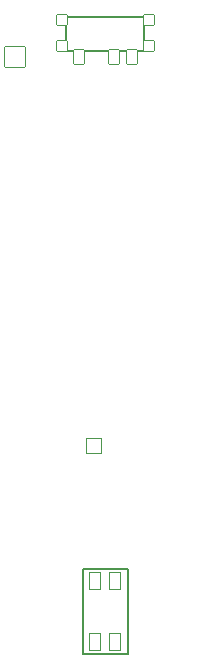
<source format=gbo>
%TF.GenerationSoftware,KiCad,Pcbnew,(6.0.5)*%
%TF.CreationDate,2022-09-17T13:25:28+02:00*%
%TF.ProjectId,rae_dux_no_splay,7261655f-6475-4785-9f6e-6f5f73706c61,v1.0.0*%
%TF.SameCoordinates,Original*%
%TF.FileFunction,Legend,Bot*%
%TF.FilePolarity,Positive*%
%FSLAX46Y46*%
G04 Gerber Fmt 4.6, Leading zero omitted, Abs format (unit mm)*
G04 Created by KiCad (PCBNEW (6.0.5)) date 2022-09-17 13:25:28*
%MOMM*%
%LPD*%
G01*
G04 APERTURE LIST*
G04 Aperture macros list*
%AMRoundRect*
0 Rectangle with rounded corners*
0 $1 Rounding radius*
0 $2 $3 $4 $5 $6 $7 $8 $9 X,Y pos of 4 corners*
0 Add a 4 corners polygon primitive as box body*
4,1,4,$2,$3,$4,$5,$6,$7,$8,$9,$2,$3,0*
0 Add four circle primitives for the rounded corners*
1,1,$1+$1,$2,$3*
1,1,$1+$1,$4,$5*
1,1,$1+$1,$6,$7*
1,1,$1+$1,$8,$9*
0 Add four rect primitives between the rounded corners*
20,1,$1+$1,$2,$3,$4,$5,0*
20,1,$1+$1,$4,$5,$6,$7,0*
20,1,$1+$1,$6,$7,$8,$9,0*
20,1,$1+$1,$8,$9,$2,$3,0*%
G04 Aperture macros list end*
%ADD10C,0.150000*%
%ADD11R,1.752600X1.752600*%
%ADD12C,1.752600*%
%ADD13C,3.529000*%
%ADD14C,1.801800*%
%ADD15C,3.100000*%
%ADD16RoundRect,0.050000X-1.300000X-1.300000X1.300000X-1.300000X1.300000X1.300000X-1.300000X1.300000X0*%
%ADD17C,2.132000*%
%ADD18RoundRect,0.050000X-1.592168X-0.919239X0.919239X-1.592168X1.592168X0.919239X-0.919239X1.592168X0*%
%ADD19RoundRect,0.050000X-1.775833X-0.475833X0.475833X-1.775833X1.775833X0.475833X-0.475833X1.775833X0*%
%ADD20RoundRect,0.050000X-1.838478X0.000000X0.000000X-1.838478X1.838478X0.000000X0.000000X1.838478X0*%
%ADD21RoundRect,0.050000X-0.876300X0.876300X-0.876300X-0.876300X0.876300X-0.876300X0.876300X0.876300X0*%
%ADD22C,1.852600*%
%ADD23C,1.100000*%
%ADD24RoundRect,0.050000X-0.450000X-0.625000X0.450000X-0.625000X0.450000X0.625000X-0.450000X0.625000X0*%
%ADD25RoundRect,0.050000X-0.450000X-0.450000X0.450000X-0.450000X0.450000X0.450000X-0.450000X0.450000X0*%
%ADD26C,1.408000*%
%ADD27RoundRect,0.050000X-0.654000X-0.654000X0.654000X-0.654000X0.654000X0.654000X-0.654000X0.654000X0*%
%ADD28RoundRect,0.050000X0.500000X-0.725000X0.500000X0.725000X-0.500000X0.725000X-0.500000X-0.725000X0*%
G04 APERTURE END LIST*
D10*
X161950000Y96016667D02*
X158050000Y96016667D01*
X160000000Y96016667D02*
X156700000Y96016667D01*
X156700000Y96016667D02*
X156700000Y93166667D01*
X156700000Y93166667D02*
X163300000Y93166667D01*
X163300000Y93166667D02*
X163300000Y96016667D01*
X160000000Y96016667D02*
X163300000Y96016667D01*
X161900000Y49266667D02*
X161900000Y42066667D01*
X161900000Y42066667D02*
X158100000Y42066667D01*
X158100000Y42066667D02*
X158100000Y49266667D01*
X158100000Y49266667D02*
X161900000Y49266667D01*
D11*
X152380000Y92636667D03*
D12*
X152380000Y90096667D03*
X152380000Y87556667D03*
X152380000Y85016667D03*
X152380000Y82476667D03*
X152380000Y79936667D03*
X152380000Y77396667D03*
X152380000Y74856667D03*
X152380000Y72316667D03*
X152380000Y69776667D03*
X152380000Y67236667D03*
X152380000Y64696667D03*
X167620000Y92636667D03*
X167620000Y90096667D03*
X167620000Y87556667D03*
X167620000Y85016667D03*
X167620000Y82476667D03*
X167620000Y79936667D03*
X167620000Y77396667D03*
X167620000Y74856667D03*
X167620000Y72316667D03*
X167620000Y69776667D03*
X167620000Y67236667D03*
X167620000Y64696667D03*
%LPC*%
D13*
X68000000Y50000000D03*
D14*
X73500000Y50000000D03*
X62500000Y50000000D03*
D15*
X73000000Y53750000D03*
X68000000Y55950000D03*
D16*
X64725000Y55950000D03*
X76275000Y53750000D03*
D15*
X63000000Y53750000D03*
X68000000Y55950000D03*
D13*
X68000000Y50000000D03*
D14*
X62500000Y50000000D03*
X73500000Y50000000D03*
D17*
X63000000Y46200000D03*
X68000000Y44100000D03*
X73000000Y46200000D03*
X68000000Y44100000D03*
D13*
X68000000Y67000000D03*
D14*
X73500000Y67000000D03*
X62500000Y67000000D03*
D15*
X73000000Y70750000D03*
X68000000Y72950000D03*
D16*
X64725000Y72950000D03*
X76275000Y70750000D03*
D15*
X63000000Y70750000D03*
X68000000Y72950000D03*
D13*
X68000000Y67000000D03*
D14*
X62500000Y67000000D03*
X73500000Y67000000D03*
D17*
X63000000Y63200000D03*
X68000000Y61100000D03*
X73000000Y63200000D03*
X68000000Y61100000D03*
D13*
X68000000Y84000000D03*
D14*
X73500000Y84000000D03*
X62500000Y84000000D03*
D15*
X73000000Y87750000D03*
X68000000Y89950000D03*
D16*
X64725000Y89950000D03*
X76275000Y87750000D03*
D15*
X63000000Y87750000D03*
X68000000Y89950000D03*
D13*
X68000000Y84000000D03*
D14*
X62500000Y84000000D03*
X73500000Y84000000D03*
D17*
X63000000Y80200000D03*
X68000000Y78100000D03*
X73000000Y80200000D03*
X68000000Y78100000D03*
D13*
X86000000Y58500000D03*
D14*
X91500000Y58500000D03*
X80500000Y58500000D03*
D15*
X91000000Y62250000D03*
X86000000Y64450000D03*
D16*
X82725000Y64450000D03*
X94275000Y62250000D03*
D15*
X81000000Y62250000D03*
X86000000Y64450000D03*
D13*
X86000000Y58500000D03*
D14*
X80500000Y58500000D03*
X91500000Y58500000D03*
D17*
X81000000Y54700000D03*
X86000000Y52600000D03*
X91000000Y54700000D03*
X86000000Y52600000D03*
D13*
X86000000Y75500000D03*
D14*
X91500000Y75500000D03*
X80500000Y75500000D03*
D15*
X91000000Y79250000D03*
X86000000Y81450000D03*
D16*
X82725000Y81450000D03*
X94275000Y79250000D03*
D15*
X81000000Y79250000D03*
X86000000Y81450000D03*
D13*
X86000000Y75500000D03*
D14*
X80500000Y75500000D03*
X91500000Y75500000D03*
D17*
X81000000Y71700000D03*
X86000000Y69600000D03*
X91000000Y71700000D03*
X86000000Y69600000D03*
D13*
X86000000Y92500000D03*
D14*
X91500000Y92500000D03*
X80500000Y92500000D03*
D15*
X91000000Y96250000D03*
X86000000Y98450000D03*
D16*
X82725000Y98450000D03*
X94275000Y96250000D03*
D15*
X81000000Y96250000D03*
X86000000Y98450000D03*
D13*
X86000000Y92500000D03*
D14*
X80500000Y92500000D03*
X91500000Y92500000D03*
D17*
X81000000Y88700000D03*
X86000000Y86600000D03*
X91000000Y88700000D03*
X86000000Y86600000D03*
D13*
X104000000Y64166667D03*
D14*
X109500000Y64166667D03*
X98500000Y64166667D03*
D15*
X109000000Y67916667D03*
X104000000Y70116667D03*
D16*
X100725000Y70116667D03*
X112275000Y67916667D03*
D15*
X99000000Y67916667D03*
X104000000Y70116667D03*
D13*
X104000000Y64166667D03*
D14*
X98500000Y64166667D03*
X109500000Y64166667D03*
D17*
X99000000Y60366667D03*
X104000000Y58266667D03*
X109000000Y60366667D03*
X104000000Y58266667D03*
D13*
X104000000Y81166667D03*
D14*
X109500000Y81166667D03*
X98500000Y81166667D03*
D15*
X109000000Y84916667D03*
X104000000Y87116667D03*
D16*
X100725000Y87116667D03*
X112275000Y84916667D03*
D15*
X99000000Y84916667D03*
X104000000Y87116667D03*
D13*
X104000000Y81166667D03*
D14*
X98500000Y81166667D03*
X109500000Y81166667D03*
D17*
X99000000Y77366667D03*
X104000000Y75266667D03*
X109000000Y77366667D03*
X104000000Y75266667D03*
D13*
X104000000Y98166667D03*
D14*
X109500000Y98166667D03*
X98500000Y98166667D03*
D15*
X109000000Y101916667D03*
X104000000Y104116667D03*
D16*
X100725000Y104116667D03*
X112275000Y101916667D03*
D15*
X99000000Y101916667D03*
X104000000Y104116667D03*
D13*
X104000000Y98166667D03*
D14*
X98500000Y98166667D03*
X109500000Y98166667D03*
D17*
X99000000Y94366667D03*
X104000000Y92266667D03*
X109000000Y94366667D03*
X104000000Y92266667D03*
D13*
X122000000Y58500000D03*
D14*
X127500000Y58500000D03*
X116500000Y58500000D03*
D15*
X127000000Y62250000D03*
X122000000Y64450000D03*
D16*
X118725000Y64450000D03*
X130275000Y62250000D03*
D15*
X117000000Y62250000D03*
X122000000Y64450000D03*
D13*
X122000000Y58500000D03*
D14*
X116500000Y58500000D03*
X127500000Y58500000D03*
D17*
X117000000Y54700000D03*
X122000000Y52600000D03*
X127000000Y54700000D03*
X122000000Y52600000D03*
D13*
X122000000Y75500000D03*
D14*
X127500000Y75500000D03*
X116500000Y75500000D03*
D15*
X127000000Y79250000D03*
X122000000Y81450000D03*
D16*
X118725000Y81450000D03*
X130275000Y79250000D03*
D15*
X117000000Y79250000D03*
X122000000Y81450000D03*
D13*
X122000000Y75500000D03*
D14*
X116500000Y75500000D03*
X127500000Y75500000D03*
D17*
X117000000Y71700000D03*
X122000000Y69600000D03*
X127000000Y71700000D03*
X122000000Y69600000D03*
D13*
X122000000Y92500000D03*
D14*
X127500000Y92500000D03*
X116500000Y92500000D03*
D15*
X127000000Y96250000D03*
X122000000Y98450000D03*
D16*
X118725000Y98450000D03*
X130275000Y96250000D03*
D15*
X117000000Y96250000D03*
X122000000Y98450000D03*
D13*
X122000000Y92500000D03*
D14*
X116500000Y92500000D03*
X127500000Y92500000D03*
D17*
X117000000Y88700000D03*
X122000000Y86600000D03*
X127000000Y88700000D03*
X122000000Y86600000D03*
D13*
X140000000Y55666667D03*
D14*
X145500000Y55666667D03*
X134500000Y55666667D03*
D15*
X145000000Y59416667D03*
X140000000Y61616667D03*
D16*
X136725000Y61616667D03*
X148275000Y59416667D03*
D15*
X135000000Y59416667D03*
X140000000Y61616667D03*
D13*
X140000000Y55666667D03*
D14*
X134500000Y55666667D03*
X145500000Y55666667D03*
D17*
X135000000Y51866667D03*
X140000000Y49766667D03*
X145000000Y51866667D03*
X140000000Y49766667D03*
D13*
X140000000Y72666667D03*
D14*
X145500000Y72666667D03*
X134500000Y72666667D03*
D15*
X145000000Y76416667D03*
X140000000Y78616667D03*
D16*
X136725000Y78616667D03*
X148275000Y76416667D03*
D15*
X135000000Y76416667D03*
X140000000Y78616667D03*
D13*
X140000000Y72666667D03*
D14*
X134500000Y72666667D03*
X145500000Y72666667D03*
D17*
X135000000Y68866667D03*
X140000000Y66766667D03*
X145000000Y68866667D03*
X140000000Y66766667D03*
D13*
X140000000Y89666667D03*
D14*
X145500000Y89666667D03*
X134500000Y89666667D03*
D15*
X145000000Y93416667D03*
X140000000Y95616667D03*
D16*
X136725000Y95616667D03*
X148275000Y93416667D03*
D15*
X135000000Y93416667D03*
X140000000Y95616667D03*
D13*
X140000000Y89666667D03*
D14*
X134500000Y89666667D03*
X145500000Y89666667D03*
D17*
X135000000Y85866667D03*
X140000000Y83766667D03*
X145000000Y85866667D03*
X140000000Y83766667D03*
D13*
X125079959Y36488922D03*
D14*
X130392551Y35065417D03*
X119767367Y37912427D03*
D15*
X130880160Y38817049D03*
X126619932Y42236181D03*
D18*
X123456525Y43083813D03*
X134043567Y37969416D03*
D15*
X121220901Y41405239D03*
X126619932Y42236181D03*
D13*
X125079959Y36488922D03*
D14*
X119767367Y37912427D03*
X130392551Y35065417D03*
D17*
X119266817Y34112499D03*
X123552927Y30789960D03*
X128926076Y31524309D03*
X123552927Y30789960D03*
D13*
X143617558Y28810397D03*
D14*
X148380698Y26060397D03*
X138854418Y31560397D03*
D15*
X149822685Y29557992D03*
X146592558Y33963248D03*
D19*
X143756325Y35600748D03*
X152658918Y27920492D03*
D15*
X141162431Y34557992D03*
X146592558Y33963248D03*
D13*
X143617558Y28810397D03*
D14*
X138854418Y31560397D03*
X148380698Y26060397D03*
D17*
X137387431Y28019500D03*
X140667558Y23700847D03*
X146047685Y23019500D03*
X140667558Y23700847D03*
D13*
X159536156Y16595628D03*
D14*
X163425243Y12706541D03*
X155647069Y20484715D03*
D15*
X165723340Y15711745D03*
X163743441Y20802913D03*
D20*
X161427667Y23118688D03*
X168039115Y13395970D03*
D15*
X158652273Y22782812D03*
X163743441Y20802913D03*
D13*
X159536156Y16595628D03*
D14*
X155647069Y20484715D03*
X163425243Y12706541D03*
D17*
X153313616Y17444156D03*
X155364226Y12423698D03*
X160384684Y10373088D03*
X155364226Y12423698D03*
D21*
X152380000Y92636667D03*
D22*
X152380000Y90096667D03*
X152380000Y87556667D03*
X152380000Y85016667D03*
X152380000Y82476667D03*
X152380000Y79936667D03*
X152380000Y77396667D03*
X152380000Y74856667D03*
X152380000Y72316667D03*
X152380000Y69776667D03*
X152380000Y67236667D03*
X152380000Y64696667D03*
X167620000Y92636667D03*
X167620000Y90096667D03*
X167620000Y87556667D03*
X167620000Y85016667D03*
X167620000Y82476667D03*
X167620000Y79936667D03*
X167620000Y77396667D03*
X167620000Y74856667D03*
X167620000Y72316667D03*
X167620000Y69776667D03*
X167620000Y67236667D03*
X167620000Y64696667D03*
D23*
X161500000Y94666667D03*
X158500000Y94666667D03*
X161500000Y94666667D03*
X158500000Y94666667D03*
D24*
X157750000Y92591667D03*
X160750000Y92591667D03*
X162250000Y92591667D03*
D25*
X163700000Y95766667D03*
X163700000Y93566667D03*
X156300000Y93566667D03*
X156300000Y95766667D03*
D26*
X161000000Y59666667D03*
D27*
X159000000Y59666667D03*
D28*
X159150000Y43091667D03*
X159150000Y48241667D03*
X160850000Y43091667D03*
X160850000Y48241667D03*
M02*

</source>
